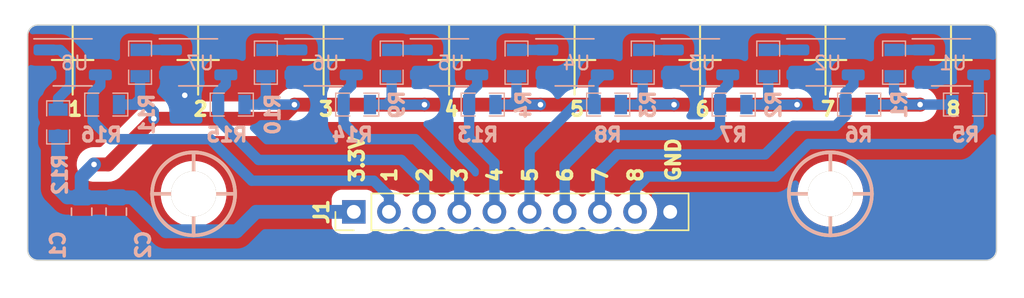
<source format=kicad_pcb>
(kicad_pcb (version 20221018) (generator pcbnew)
  (layers (0 "F.Cu" signal) (31 "B.Cu" signal) (34 "B.Paste" user) (35 "F.Paste" user) (36 "B.SilkS" user "B.Silkscreen") (37 "F.SilkS" user "F.Silkscreen") (38 "B.Mask" user) (39 "F.Mask" user) (44 "Edge.Cuts" user))
  (net 0 "")
  (net 1 "GND")
  (net 2 "+3V3")
  (net 3 "Net-(U1-A)")
  (net 4 "Net-(U2-A)")
  (net 5 "Net-(U3-A)")
  (net 6 "Net-(U4-A)")
  (net 7 "/OUT_1")
  (net 8 "/OUT_2")
  (net 9 "/OUT_3")
  (net 10 "/OUT_4")
  (net 11 "Net-(U5-A)")
  (net 12 "Net-(U6-A)")
  (net 13 "Net-(U7-A)")
  (net 14 "Net-(U8-A)")
  (net 15 "/OUT_5")
  (net 16 "/OUT_6")
  (net 17 "/OUT_7")
  (net 18 "/OUT_8")
  (footprint "EESTN5-v2:Separador_M3_5mm" (layer "F.Cu") (at 136.99 70.45)
    (fp_text reference "H1" hide)
    (fp_text value "HOLE" hide)
    (fp_line (start -3 0) (end 3 0) (stroke (width 0.254)) (layer "B.SilkS"))
    (fp_line (start 0 -3) (end 0 3) (stroke (width 0.254)) (layer "B.SilkS"))
    (fp_circle (center 0 0) (end 3 0) (stroke (width 0.254)) (fill none) (layer "B.SilkS"))
    (fp_line (start -3 0) (end 3 0) (stroke (width 0.254)) (layer "F.SilkS"))
    (fp_line (start 0 -3) (end 0 3) (stroke (width 0.254)) (layer "F.SilkS"))
    (fp_circle (center 0 0) (end 3 0) (stroke (width 0.254)) (fill none) (layer "F.SilkS"))
    (pad "1" thru_hole circle (at 0 0) (size 3.25 3.25) (drill 3.25) (layers "*.Cu" "F.SilkS"))
  )
  (footprint "EESTN5-v2:Separador_M3_5mm" (layer "F.Cu") (at 183 70.45)
    (fp_text reference "H2" hide)
    (fp_text value "HOLE" hide)
    (fp_line (start -3 0) (end 3 0) (stroke (width 0.254)) (layer "B.SilkS"))
    (fp_line (start 0 -3) (end 0 3) (stroke (width 0.254)) (layer "B.SilkS"))
    (fp_circle (center 0 0) (end 3 0) (stroke (width 0.254)) (fill none) (layer "B.SilkS"))
    (fp_line (start -3 0) (end 3 0) (stroke (width 0.254)) (layer "F.SilkS"))
    (fp_line (start 0 -3) (end 0 3) (stroke (width 0.254)) (layer "F.SilkS"))
    (fp_circle (center 0 0) (end 3 0) (stroke (width 0.254)) (fill none) (layer "F.SilkS"))
    (pad "1" thru_hole circle (at 0 0) (size 3.25 3.25) (drill 3.25) (layers "*.Cu" "F.SilkS"))
  )
  (footprint "Connector_PinHeader_2.54mm:PinHeader_1x10_P2.54mm_Vertical" (layer "F.Cu") (at 148.565 71.752 90)
    (fp_text reference "J1" (at 0 -2.33 90) (layer "F.SilkS") (effects (font (thickness 0.25) bold)))
    (fp_text value "Conn_01x10_Pin")
    (fp_line (start -1.33 -1.33) (end 0 -1.33) (stroke (width 0.12)) (layer "F.SilkS"))
    (fp_line (start -1.33 0) (end -1.33 -1.33) (stroke (width 0.12)) (layer "F.SilkS"))
    (fp_line (start -1.33 1.27) (end -1.33 24.19) (stroke (width 0.12)) (layer "F.SilkS"))
    (fp_line (start -1.33 1.27) (end 1.33 1.27) (stroke (width 0.12)) (layer "F.SilkS"))
    (fp_line (start -1.33 24.19) (end 1.33 24.19) (stroke (width 0.12)) (layer "F.SilkS"))
    (fp_line (start 1.33 1.27) (end 1.33 24.19) (stroke (width 0.12)) (layer "F.SilkS"))
    (pad "1" thru_hole rect (at 0 0 90) (size 1.7 1.7) (drill 1) (layers "*.Cu" "*.Mask") (net 2 "+3V3"))
    (pad "2" thru_hole oval (at 0 2.54 90) (size 1.7 1.7) (drill 1) (layers "*.Cu" "*.Mask") (net 18 "/OUT_8"))
    (pad "3" thru_hole oval (at 0 5.08 90) (size 1.7 1.7) (drill 1) (layers "*.Cu" "*.Mask") (net 17 "/OUT_7"))
    (pad "4" thru_hole oval (at 0 7.62 90) (size 1.7 1.7) (drill 1) (layers "*.Cu" "*.Mask") (net 16 "/OUT_6"))
    (pad "5" thru_hole oval (at 0 10.16 90) (size 1.7 1.7) (drill 1) (layers "*.Cu" "*.Mask") (net 15 "/OUT_5"))
    (pad "6" thru_hole oval (at 0 12.7 90) (size 1.7 1.7) (drill 1) (layers "*.Cu" "*.Mask") (net 10 "/OUT_4"))
    (pad "7" thru_hole oval (at 0 15.24 90) (size 1.7 1.7) (drill 1) (layers "*.Cu" "*.Mask") (net 9 "/OUT_3"))
    (pad "8" thru_hole oval (at 0 17.78 90) (size 1.7 1.7) (drill 1) (layers "*.Cu" "*.Mask") (net 8 "/OUT_2"))
    (pad "9" thru_hole oval (at 0 20.32 90) (size 1.7 1.7) (drill 1) (layers "*.Cu" "*.Mask") (net 7 "/OUT_1"))
    (pad "10" thru_hole oval (at 0 22.86 90) (size 1.7 1.7) (drill 1) (layers "*.Cu" "*.Mask") (net 1 "GND"))
  )
  (footprint "EESTN5-v2:R_0805" (layer "B.Cu") (at 148.781232 64)
    (fp_text reference "R14" (at -0.325299 2.18) (layer "B.SilkS") (effects (font (thickness 0.25) bold) (justify mirror)))
    (fp_text value "10k" hide)
    (fp_line (start -1.524 -0.8255) (end -1.524 0.8255) (stroke (width 0.09906)) (layer "B.SilkS"))
    (fp_line (start -1.524 0.8255) (end -0.508 0.8255) (stroke (width 0.09906)) (layer "B.SilkS"))
    (fp_line (start -0.508 -0.8255) (end -1.524 -0.8255) (stroke (width 0.09906)) (layer "B.SilkS"))
    (fp_line (start 0.508 0.8255) (end 1.5875 0.8255) (stroke (width 0.09906)) (layer "B.SilkS"))
    (fp_line (start 1.5875 -0.8255) (end 0.508 -0.8255) (stroke (width 0.09906)) (layer "B.SilkS"))
    (fp_line (start 1.5875 0.8255) (end 1.5875 -0.8255) (stroke (width 0.09906)) (layer "B.SilkS"))
    (pad "1" smd rect (at -0.9525 0) (size 0.889 1.397) (layers "B.Cu" "B.Paste" "B.Mask") (net 16 "/OUT_6"))
    (pad "2" smd rect (at 0.9525 0) (size 0.889 1.397) (layers "B.Cu" "B.Paste" "B.Mask") (net 2 "+3V3"))
  )
  (footprint "OptoDevice:OnSemi_CASE100CY" (layer "B.Cu") (at 128.25 60.95 -90)
    (fp_text reference "U8" (at 0.05 -0.15) (layer "B.SilkS") (effects (justify mirror)))
    (fp_text value "QRE1113GR")
    (fp_line (start -1.7 -1.4) (end -1.7 2.8) (stroke (width 0.12)) (layer "B.SilkS"))
    (fp_line (start 1.7 -1.4) (end 1.7 1.4) (stroke (width 0.12)) (layer "B.SilkS"))
    (pad "1" smd roundrect (at -0.9 2 270) (size 0.79 1.66) (layers "B.Cu" "B.Paste" "B.Mask") (net 14 "Net-(U8-A)"))
    (pad "2" smd roundrect (at -0.9 -2 270) (size 0.79 1.66) (layers "B.Cu" "B.Paste" "B.Mask") (net 1 "GND"))
    (pad "3" smd roundrect (at 0.9 -2 270) (size 0.79 1.66) (layers "B.Cu" "B.Paste" "B.Mask") (net 18 "/OUT_8"))
    (pad "4" smd roundrect (at 0.9 2 270) (size 0.79 1.66) (layers "B.Cu" "B.Paste" "B.Mask") (net 1 "GND"))
  )
  (footprint "EESTN5-v2:R_0805" (layer "B.Cu") (at 130.648098 64)
    (fp_text reference "R16" (at -0.325299 2.18) (layer "B.SilkS") (effects (font (thickness 0.25) bold) (justify mirror)))
    (fp_text value "10k" hide)
    (fp_line (start -1.524 -0.8255) (end -1.524 0.8255) (stroke (width 0.09906)) (layer "B.SilkS"))
    (fp_line (start -1.524 0.8255) (end -0.508 0.8255) (stroke (width 0.09906)) (layer "B.SilkS"))
    (fp_line (start -0.508 -0.8255) (end -1.524 -0.8255) (stroke (width 0.09906)) (layer "B.SilkS"))
    (fp_line (start 0.508 0.8255) (end 1.5875 0.8255) (stroke (width 0.09906)) (layer "B.SilkS"))
    (fp_line (start 1.5875 -0.8255) (end 0.508 -0.8255) (stroke (width 0.09906)) (layer "B.SilkS"))
    (fp_line (start 1.5875 0.8255) (end 1.5875 -0.8255) (stroke (width 0.09906)) (layer "B.SilkS"))
    (pad "1" smd rect (at -0.9525 0) (size 0.889 1.397) (layers "B.Cu" "B.Paste" "B.Mask") (net 18 "/OUT_8"))
    (pad "2" smd rect (at 0.9525 0) (size 0.889 1.397) (layers "B.Cu" "B.Paste" "B.Mask") (net 2 "+3V3"))
  )
  (footprint "OptoDevice:OnSemi_CASE100CY" (layer "B.Cu") (at 191.71597 60.95 -90)
    (fp_text reference "U1" (at 0.05 -0.15) (layer "B.SilkS") (effects (justify mirror)))
    (fp_text value "QRE1113GR")
    (fp_line (start -1.7 -1.4) (end -1.7 2.8) (stroke (width 0.12)) (layer "B.SilkS"))
    (fp_line (start 1.7 -1.4) (end 1.7 1.4) (stroke (width 0.12)) (layer "B.SilkS"))
    (pad "1" smd roundrect (at -0.9 2 270) (size 0.79 1.66) (layers "B.Cu" "B.Paste" "B.Mask") (net 3 "Net-(U1-A)"))
    (pad "2" smd roundrect (at -0.9 -2 270) (size 0.79 1.66) (layers "B.Cu" "B.Paste" "B.Mask") (net 1 "GND"))
    (pad "3" smd roundrect (at 0.9 -2 270) (size 0.79 1.66) (layers "B.Cu" "B.Paste" "B.Mask") (net 7 "/OUT_1"))
    (pad "4" smd roundrect (at 0.9 2 270) (size 0.79 1.66) (layers "B.Cu" "B.Paste" "B.Mask") (net 1 "GND"))
  )
  (footprint "EESTN5-v2:R_0805" (layer "B.Cu") (at 127.2 65.32 90)
    (fp_text reference "R12" (at -3.74 0.14 90) (layer "B.SilkS") (effects (font (thickness 0.25) bold) (justify mirror)))
    (fp_text value "100" hide)
    (fp_line (start -1.524 -0.8255) (end -1.524 0.8255) (stroke (width 0.09906)) (layer "B.SilkS"))
    (fp_line (start -1.524 0.8255) (end -0.508 0.8255) (stroke (width 0.09906)) (layer "B.SilkS"))
    (fp_line (start -0.508 -0.8255) (end -1.524 -0.8255) (stroke (width 0.09906)) (layer "B.SilkS"))
    (fp_line (start 0.508 0.8255) (end 1.5875 0.8255) (stroke (width 0.09906)) (layer "B.SilkS"))
    (fp_line (start 1.5875 -0.8255) (end 0.508 -0.8255) (stroke (width 0.09906)) (layer "B.SilkS"))
    (fp_line (start 1.5875 0.8255) (end 1.5875 -0.8255) (stroke (width 0.09906)) (layer "B.SilkS"))
    (pad "1" smd rect (at -0.9525 0 90) (size 0.889 1.397) (layers "B.Cu" "B.Paste" "B.Mask") (net 2 "+3V3"))
    (pad "2" smd rect (at 0.9525 0 90) (size 0.889 1.397) (layers "B.Cu" "B.Paste" "B.Mask") (net 14 "Net-(U8-A)"))
  )
  (footprint "OptoDevice:OnSemi_CASE100CY" (layer "B.Cu") (at 146.383134 60.95 -90)
    (fp_text reference "U6" (at 0.05 -0.15) (layer "B.SilkS") (effects (justify mirror)))
    (fp_text value "QRE1113GR")
    (fp_line (start -1.7 -1.4) (end -1.7 2.8) (stroke (width 0.12)) (layer "B.SilkS"))
    (fp_line (start 1.7 -1.4) (end 1.7 1.4) (stroke (width 0.12)) (layer "B.SilkS"))
    (pad "1" smd roundrect (at -0.9 2 270) (size 0.79 1.66) (layers "B.Cu" "B.Paste" "B.Mask") (net 12 "Net-(U6-A)"))
    (pad "2" smd roundrect (at -0.9 -2 270) (size 0.79 1.66) (layers "B.Cu" "B.Paste" "B.Mask") (net 1 "GND"))
    (pad "3" smd roundrect (at 0.9 -2 270) (size 0.79 1.66) (layers "B.Cu" "B.Paste" "B.Mask") (net 16 "/OUT_6"))
    (pad "4" smd roundrect (at 0.9 2 270) (size 0.79 1.66) (layers "B.Cu" "B.Paste" "B.Mask") (net 1 "GND"))
  )
  (footprint "EESTN5-v2:R_0805" (layer "B.Cu") (at 166.914366 64)
    (fp_text reference "R8" (at 0.0025 2.18) (layer "B.SilkS") (effects (font (thickness 0.25) bold) (justify mirror)))
    (fp_text value "10k" hide)
    (fp_line (start -1.524 -0.8255) (end -1.524 0.8255) (stroke (width 0.09906)) (layer "B.SilkS"))
    (fp_line (start -1.524 0.8255) (end -0.508 0.8255) (stroke (width 0.09906)) (layer "B.SilkS"))
    (fp_line (start -0.508 -0.8255) (end -1.524 -0.8255) (stroke (width 0.09906)) (layer "B.SilkS"))
    (fp_line (start 0.508 0.8255) (end 1.5875 0.8255) (stroke (width 0.09906)) (layer "B.SilkS"))
    (fp_line (start 1.5875 -0.8255) (end 0.508 -0.8255) (stroke (width 0.09906)) (layer "B.SilkS"))
    (fp_line (start 1.5875 0.8255) (end 1.5875 -0.8255) (stroke (width 0.09906)) (layer "B.SilkS"))
    (pad "1" smd rect (at -0.9525 0) (size 0.889 1.397) (layers "B.Cu" "B.Paste" "B.Mask") (net 10 "/OUT_4"))
    (pad "2" smd rect (at 0.9525 0) (size 0.889 1.397) (layers "B.Cu" "B.Paste" "B.Mask") (net 2 "+3V3"))
  )
  (footprint "EESTN5-v2:R_0805" (layer "B.Cu") (at 178.51 61.0025 90)
    (fp_text reference "R2" (at -2.9975 0.39 90) (layer "B.SilkS") (effects (font (thickness 0.25) bold) (justify mirror)))
    (fp_text value "100" hide)
    (fp_line (start -1.524 -0.8255) (end -1.524 0.8255) (stroke (width 0.09906)) (layer "B.SilkS"))
    (fp_line (start -1.524 0.8255) (end -0.508 0.8255) (stroke (width 0.09906)) (layer "B.SilkS"))
    (fp_line (start -0.508 -0.8255) (end -1.524 -0.8255) (stroke (width 0.09906)) (layer "B.SilkS"))
    (fp_line (start 0.508 0.8255) (end 1.5875 0.8255) (stroke (width 0.09906)) (layer "B.SilkS"))
    (fp_line (start 1.5875 -0.8255) (end 0.508 -0.8255) (stroke (width 0.09906)) (layer "B.SilkS"))
    (fp_line (start 1.5875 0.8255) (end 1.5875 -0.8255) (stroke (width 0.09906)) (layer "B.SilkS"))
    (pad "1" smd rect (at -0.9525 0 90) (size 0.889 1.397) (layers "B.Cu" "B.Paste" "B.Mask") (net 2 "+3V3"))
    (pad "2" smd rect (at 0.9525 0 90) (size 0.889 1.397) (layers "B.Cu" "B.Paste" "B.Mask") (net 4 "Net-(U2-A)"))
  )
  (footprint "EESTN5-v2:R_0805" (layer "B.Cu") (at 160.32 61.0025 90)
    (fp_text reference "R4" (at -2.9975 0.51 90) (layer "B.SilkS") (effects (font (thickness 0.25) bold) (justify mirror)))
    (fp_text value "100" hide)
    (fp_line (start -1.524 -0.8255) (end -1.524 0.8255) (stroke (width 0.09906)) (layer "B.SilkS"))
    (fp_line (start -1.524 0.8255) (end -0.508 0.8255) (stroke (width 0.09906)) (layer "B.SilkS"))
    (fp_line (start -0.508 -0.8255) (end -1.524 -0.8255) (stroke (width 0.09906)) (layer "B.SilkS"))
    (fp_line (start 0.508 0.8255) (end 1.5875 0.8255) (stroke (width 0.09906)) (layer "B.SilkS"))
    (fp_line (start 1.5875 -0.8255) (end 0.508 -0.8255) (stroke (width 0.09906)) (layer "B.SilkS"))
    (fp_line (start 1.5875 0.8255) (end 1.5875 -0.8255) (stroke (width 0.09906)) (layer "B.SilkS"))
    (pad "1" smd rect (at -0.9525 0 90) (size 0.889 1.397) (layers "B.Cu" "B.Paste" "B.Mask") (net 2 "+3V3"))
    (pad "2" smd rect (at 0.9525 0 90) (size 0.889 1.397) (layers "B.Cu" "B.Paste" "B.Mask") (net 6 "Net-(U4-A)"))
  )
  (footprint "EESTN5-v2:R_0805" (layer "B.Cu") (at 185.0475 64)
    (fp_text reference "R6" (at 0.0025 2.18) (layer "B.SilkS") (effects (font (thickness 0.25) bold) (justify mirror)))
    (fp_text value "10k" hide)
    (fp_line (start -1.524 -0.8255) (end -1.524 0.8255) (stroke (width 0.09906)) (layer "B.SilkS"))
    (fp_line (start -1.524 0.8255) (end -0.508 0.8255) (stroke (width 0.09906)) (layer "B.SilkS"))
    (fp_line (start -0.508 -0.8255) (end -1.524 -0.8255) (stroke (width 0.09906)) (layer "B.SilkS"))
    (fp_line (start 0.508 0.8255) (end 1.5875 0.8255) (stroke (width 0.09906)) (layer "B.SilkS"))
    (fp_line (start 1.5875 -0.8255) (end 0.508 -0.8255) (stroke (width 0.09906)) (layer "B.SilkS"))
    (fp_line (start 1.5875 0.8255) (end 1.5875 -0.8255) (stroke (width 0.09906)) (layer "B.SilkS"))
    (pad "1" smd rect (at -0.9525 0) (size 0.889 1.397) (layers "B.Cu" "B.Paste" "B.Mask") (net 8 "/OUT_2"))
    (pad "2" smd rect (at 0.9525 0) (size 0.889 1.397) (layers "B.Cu" "B.Paste" "B.Mask") (net 2 "+3V3"))
  )
  (footprint "OptoDevice:OnSemi_CASE100CY" (layer "B.Cu") (at 164.516268 60.95 -90)
    (fp_text reference "U4" (at 0.05 -0.15) (layer "B.SilkS") (effects (justify mirror)))
    (fp_text value "QRE1113GR")
    (fp_line (start -1.7 -1.4) (end -1.7 2.8) (stroke (width 0.12)) (layer "B.SilkS"))
    (fp_line (start 1.7 -1.4) (end 1.7 1.4) (stroke (width 0.12)) (layer "B.SilkS"))
    (pad "1" smd roundrect (at -0.9 2 270) (size 0.79 1.66) (layers "B.Cu" "B.Paste" "B.Mask") (net 6 "Net-(U4-A)"))
    (pad "2" smd roundrect (at -0.9 -2 270) (size 0.79 1.66) (layers "B.Cu" "B.Paste" "B.Mask") (net 1 "GND"))
    (pad "3" smd roundrect (at 0.9 -2 270) (size 0.79 1.66) (layers "B.Cu" "B.Paste" "B.Mask") (net 10 "/OUT_4"))
    (pad "4" smd roundrect (at 0.9 2 270) (size 0.79 1.66) (layers "B.Cu" "B.Paste" "B.Mask") (net 1 "GND"))
  )
  (footprint "OptoDevice:OnSemi_CASE100CY" (layer "B.Cu") (at 137.316567 60.95 -90)
    (fp_text reference "U7" (at 0.05 -0.15) (layer "B.SilkS") (effects (justify mirror)))
    (fp_text value "QRE1113GR")
    (fp_line (start -1.7 -1.4) (end -1.7 2.8) (stroke (width 0.12)) (layer "B.SilkS"))
    (fp_line (start 1.7 -1.4) (end 1.7 1.4) (stroke (width 0.12)) (layer "B.SilkS"))
    (pad "1" smd roundrect (at -0.9 2 270) (size 0.79 1.66) (layers "B.Cu" "B.Paste" "B.Mask") (net 13 "Net-(U7-A)"))
    (pad "2" smd roundrect (at -0.9 -2 270) (size 0.79 1.66) (layers "B.Cu" "B.Paste" "B.Mask") (net 1 "GND"))
    (pad "3" smd roundrect (at 0.9 -2 270) (size 0.79 1.66) (layers "B.Cu" "B.Paste" "B.Mask") (net 17 "/OUT_7"))
    (pad "4" smd roundrect (at 0.9 2 270) (size 0.79 1.66) (layers "B.Cu" "B.Paste" "B.Mask") (net 1 "GND"))
  )
  (footprint "EESTN5-v2:R_0805" (layer "B.Cu") (at 169.44 61.0025 90)
    (fp_text reference "R3" (at -2.9975 0.39 90) (layer "B.SilkS") (effects (font (thickness 0.25) bold) (justify mirror)))
    (fp_text value "100" hide)
    (fp_line (start -1.524 -0.8255) (end -1.524 0.8255) (stroke (width 0.09906)) (layer "B.SilkS"))
    (fp_line (start -1.524 0.8255) (end -0.508 0.8255) (stroke (width 0.09906)) (layer "B.SilkS"))
    (fp_line (start -0.508 -0.8255) (end -1.524 -0.8255) (stroke (width 0.09906)) (layer "B.SilkS"))
    (fp_line (start 0.508 0.8255) (end 1.5875 0.8255) (stroke (width 0.09906)) (layer "B.SilkS"))
    (fp_line (start 1.5875 -0.8255) (end 0.508 -0.8255) (stroke (width 0.09906)) (layer "B.SilkS"))
    (fp_line (start 1.5875 0.8255) (end 1.5875 -0.8255) (stroke (width 0.09906)) (layer "B.SilkS"))
    (pad "1" smd rect (at -0.9525 0 90) (size 0.889 1.397) (layers "B.Cu" "B.Paste" "B.Mask") (net 2 "+3V3"))
    (pad "2" smd rect (at 0.9525 0 90) (size 0.889 1.397) (layers "B.Cu" "B.Paste" "B.Mask") (net 5 "Net-(U3-A)"))
  )
  (footprint "EESTN5-v2:R_0805" (layer "B.Cu") (at 139.714665 64)
    (fp_text reference "R15" (at -0.325299 2.18) (layer "B.SilkS") (effects (font (thickness 0.25) bold) (justify mirror)))
    (fp_text value "10k" hide)
    (fp_line (start -1.524 -0.8255) (end -1.524 0.8255) (stroke (width 0.09906)) (layer "B.SilkS"))
    (fp_line (start -1.524 0.8255) (end -0.508 0.8255) (stroke (width 0.09906)) (layer "B.SilkS"))
    (fp_line (start -0.508 -0.8255) (end -1.524 -0.8255) (stroke (width 0.09906)) (layer "B.SilkS"))
    (fp_line (start 0.508 0.8255) (end 1.5875 0.8255) (stroke (width 0.09906)) (layer "B.SilkS"))
    (fp_line (start 1.5875 -0.8255) (end 0.508 -0.8255) (stroke (width 0.09906)) (layer "B.SilkS"))
    (fp_line (start 1.5875 0.8255) (end 1.5875 -0.8255) (stroke (width 0.09906)) (layer "B.SilkS"))
    (pad "1" smd rect (at -0.9525 0) (size 0.889 1.397) (layers "B.Cu" "B.Paste" "B.Mask") (net 17 "/OUT_7"))
    (pad "2" smd rect (at 0.9525 0) (size 0.889 1.397) (layers "B.Cu" "B.Paste" "B.Mask") (net 2 "+3V3"))
  )
  (footprint "OptoDevice:OnSemi_CASE100CY" (layer "B.Cu") (at 173.582835 60.95 -90)
    (fp_text reference "U3" (at 0.05 -0.15) (layer "B.SilkS") (effects (justify mirror)))
    (fp_text value "QRE1113GR")
    (fp_line (start -1.7 -1.4) (end -1.7 2.8) (stroke (width 0.12)) (layer "B.SilkS"))
    (fp_line (start 1.7 -1.4) (end 1.7 1.4) (stroke (width 0.12)) (layer "B.SilkS"))
    (pad "1" smd roundrect (at -0.9 2 270) (size 0.79 1.66) (layers "B.Cu" "B.Paste" "B.Mask") (net 5 "Net-(U3-A)"))
    (pad "2" smd roundrect (at -0.9 -2 270) (size 0.79 1.66) (layers "B.Cu" "B.Paste" "B.Mask") (net 1 "GND"))
    (pad "3" smd roundrect (at 0.9 -2 270) (size 0.79 1.66) (layers "B.Cu" "B.Paste" "B.Mask") (net 9 "/OUT_3"))
    (pad "4" smd roundrect (at 0.9 2 270) (size 0.79 1.66) (layers "B.Cu" "B.Paste" "B.Mask") (net 1 "GND"))
  )
  (footprint "EESTN5-v2:R_0805" (layer "B.Cu") (at 157.847799 64)
    (fp_text reference "R13" (at -0.325299 2.18) (layer "B.SilkS") (effects (font (thickness 0.25) bold) (justify mirror)))
    (fp_text value "10k" hide)
    (fp_line (start -1.524 -0.8255) (end -1.524 0.8255) (stroke (width 0.09906)) (layer "B.SilkS"))
    (fp_line (start -1.524 0.8255) (end -0.508 0.8255) (stroke (width 0.09906)) (layer "B.SilkS"))
    (fp_line (start -0.508 -0.8255) (end -1.524 -0.8255) (stroke (width 0.09906)) (layer "B.SilkS"))
    (fp_line (start 0.508 0.8255) (end 1.5875 0.8255) (stroke (width 0.09906)) (layer "B.SilkS"))
    (fp_line (start 1.5875 -0.8255) (end 0.508 -0.8255) (stroke (width 0.09906)) (layer "B.SilkS"))
    (fp_line (start 1.5875 0.8255) (end 1.5875 -0.8255) (stroke (width 0.09906)) (layer "B.SilkS"))
    (pad "1" smd rect (at -0.9525 0) (size 0.889 1.397) (layers "B.Cu" "B.Paste" "B.Mask") (net 15 "/OUT_5"))
    (pad "2" smd rect (at 0.9525 0) (size 0.889 1.397) (layers "B.Cu" "B.Paste" "B.Mask") (net 2 "+3V3"))
  )
  (footprint "EESTN5-v2:R_0805" (layer "B.Cu") (at 151.3 61.0025 90)
    (fp_text reference "R9" (at -2.9975 0.39 90) (layer "B.SilkS") (effects (font (thickness 0.25) bold) (justify mirror)))
    (fp_text value "100" hide)
    (fp_line (start -1.524 -0.8255) (end -1.524 0.8255) (stroke (width 0.09906)) (layer "B.SilkS"))
    (fp_line (start -1.524 0.8255) (end -0.508 0.8255) (stroke (width 0.09906)) (layer "B.SilkS"))
    (fp_line (start -0.508 -0.8255) (end -1.524 -0.8255) (stroke (width 0.09906)) (layer "B.SilkS"))
    (fp_line (start 0.508 0.8255) (end 1.5875 0.8255) (stroke (width 0.09906)) (layer "B.SilkS"))
    (fp_line (start 1.5875 -0.8255) (end 0.508 -0.8255) (stroke (width 0.09906)) (layer "B.SilkS"))
    (fp_line (start 1.5875 0.8255) (end 1.5875 -0.8255) (stroke (width 0.09906)) (layer "B.SilkS"))
    (pad "1" smd rect (at -0.9525 0 90) (size 0.889 1.397) (layers "B.Cu" "B.Paste" "B.Mask") (net 2 "+3V3"))
    (pad "2" smd rect (at 0.9525 0 90) (size 0.889 1.397) (layers "B.Cu" "B.Paste" "B.Mask") (net 11 "Net-(U5-A)"))
  )
  (footprint "EESTN5-v2:R_0805" (layer "B.Cu") (at 142.21 61.0025 90)
    (fp_text reference "R10" (at -3.6975 0.5 90) (layer "B.SilkS") (effects (font (thickness 0.25) bold) (justify mirror)))
    (fp_text value "100" hide)
    (fp_line (start -1.524 -0.8255) (end -1.524 0.8255) (stroke (width 0.09906)) (layer "B.SilkS"))
    (fp_line (start -1.524 0.8255) (end -0.508 0.8255) (stroke (width 0.09906)) (layer "B.SilkS"))
    (fp_line (start -0.508 -0.8255) (end -1.524 -0.8255) (stroke (width 0.09906)) (layer "B.SilkS"))
    (fp_line (start 0.508 0.8255) (end 1.5875 0.8255) (stroke (width 0.09906)) (layer "B.SilkS"))
    (fp_line (start 1.5875 -0.8255) (end 0.508 -0.8255) (stroke (width 0.09906)) (layer "B.SilkS"))
    (fp_line (start 1.5875 0.8255) (end 1.5875 -0.8255) (stroke (width 0.09906)) (layer "B.SilkS"))
    (pad "1" smd rect (at -0.9525 0 90) (size 0.889 1.397) (layers "B.Cu" "B.Paste" "B.Mask") (net 2 "+3V3"))
    (pad "2" smd rect (at 0.9525 0 90) (size 0.889 1.397) (layers "B.Cu" "B.Paste" "B.Mask") (net 12 "Net-(U6-A)"))
  )
  (footprint "EESTN5-v2:R_0805" (layer "B.Cu") (at 187.6 61.0025 90)
    (fp_text reference "R1" (at -2.9975 0.39 90) (layer "B.SilkS") (effects (font (thickness 0.25) bold) (justify mirror)))
    (fp_text value "100" hide)
    (fp_line (start -1.524 -0.8255) (end -1.524 0.8255) (stroke (width 0.09906)) (layer "B.SilkS"))
    (fp_line (start -1.524 0.8255) (end -0.508 0.8255) (stroke (width 0.09906)) (layer "B.SilkS"))
    (fp_line (start -0.508 -0.8255) (end -1.524 -0.8255) (stroke (width 0.09906)) (layer "B.SilkS"))
    (fp_line (start 0.508 0.8255) (end 1.5875 0.8255) (stroke (width 0.09906)) (layer "B.SilkS"))
    (fp_line (start 1.5875 -0.8255) (end 0.508 -0.8255) (stroke (width 0.09906)) (layer "B.SilkS"))
    (fp_line (start 1.5875 0.8255) (end 1.5875 -0.8255) (stroke (width 0.09906)) (layer "B.SilkS"))
    (pad "1" smd rect (at -0.9525 0 90) (size 0.889 1.397) (layers "B.Cu" "B.Paste" "B.Mask") (net 2 "+3V3"))
    (pad "2" smd rect (at 0.9525 0 90) (size 0.889 1.397) (layers "B.Cu" "B.Paste" "B.Mask") (net 3 "Net-(U1-A)"))
  )
  (footprint "Capacitor_SMD:C_0805_2012Metric_Pad1.18x1.45mm_HandSolder" (layer "B.Cu") (at 128.9 71.74 -90)
    (fp_text reference "C1" (at 2.41 1.71 90) (layer "B.SilkS") (effects (font (thickness 0.25) bold) (justify mirror)))
    (fp_text value "100nf")
    (fp_line (start -0.261252 -0.735) (end 0.261252 -0.735) (stroke (width 0.12)) (layer "B.SilkS"))
    (fp_line (start -0.261252 0.735) (end 0.261252 0.735) (stroke (width 0.12)) (layer "B.SilkS"))
    (pad "1" smd roundrect (at -1.0375 0 270) (size 1.175 1.45) (layers "B.Cu" "B.Paste" "B.Mask") (roundrect_rratio 0.212766) (net 2 "+3V3"))
    (pad "2" smd roundrect (at 1.0375 0 270) (size 1.175 1.45) (layers "B.Cu" "B.Paste" "B.Mask") (roundrect_rratio 0.212766) (net 1 "GND"))
  )
  (footprint "EESTN5-v2:R_0805" (layer "B.Cu") (at 133.12 61.0025 90)
    (fp_text reference "R11" (at -3.6975 0.5 90) (layer "B.SilkS") (effects (font (thickness 0.25) bold) (justify mirror)))
    (fp_text value "100" hide)
    (fp_line (start -1.524 -0.8255) (end -1.524 0.8255) (stroke (width 0.09906)) (layer "B.SilkS"))
    (fp_line (start -1.524 0.8255) (end -0.508 0.8255) (stroke (width 0.09906)) (layer "B.SilkS"))
    (fp_line (start -0.508 -0.8255) (end -1.524 -0.8255) (stroke (width 0.09906)) (layer "B.SilkS"))
    (fp_line (start 0.508 0.8255) (end 1.5875 0.8255) (stroke (width 0.09906)) (layer "B.SilkS"))
    (fp_line (start 1.5875 -0.8255) (end 0.508 -0.8255) (stroke (width 0.09906)) (layer "B.SilkS"))
    (fp_line (start 1.5875 0.8255) (end 1.5875 -0.8255) (stroke (width 0.09906)) (layer "B.SilkS"))
    (pad "1" smd rect (at -0.9525 0 90) (size 0.889 1.397) (layers "B.Cu" "B.Paste" "B.Mask") (net 2 "+3V3"))
    (pad "2" smd rect (at 0.9525 0 90) (size 0.889 1.397) (layers "B.Cu" "B.Paste" "B.Mask") (net 13 "Net-(U7-A)"))
  )
  (footprint "EESTN5-v2:R_0805" (layer "B.Cu") (at 192.76347 64 180)
    (fp_text reference "R5" (at -0.00653 -2.18) (layer "B.SilkS") (effects (font (thickness 0.25) bold) (justify mirror)))
    (fp_text value "10k" hide)
    (fp_line (start -1.524 -0.8255) (end -1.524 0.8255) (stroke (width 0.09906)) (layer "B.SilkS"))
    (fp_line (start -1.524 0.8255) (end -0.508 0.8255) (stroke (width 0.09906)) (layer "B.SilkS"))
    (fp_line (start -0.508 -0.8255) (end -1.524 -0.8255) (stroke (width 0.09906)) (layer "B.SilkS"))
    (fp_line (start 0.508 0.8255) (end 1.5875 0.8255) (stroke (width 0.09906)) (layer "B.SilkS"))
    (fp_line (start 1.5875 -0.8255) (end 0.508 -0.8255) (stroke (width 0.09906)) (layer "B.SilkS"))
    (fp_line (start 1.5875 0.8255) (end 1.5875 -0.8255) (stroke (width 0.09906)) (layer "B.SilkS"))
    (pad "1" smd rect (at -0.9525 0 180) (size 0.889 1.397) (layers "B.Cu" "B.Paste" "B.Mask") (net 7 "/OUT_1"))
    (pad "2" smd rect (at 0.9525 0 180) (size 0.889 1.397) (layers "B.Cu" "B.Paste" "B.Mask") (net 2 "+3V3"))
  )
  (footprint "Capacitor_SMD:C_0805_2012Metric_Pad1.18x1.45mm_HandSolder" (layer "B.Cu") (at 131.4 71.74 -90)
    (fp_text reference "C2" (at 2.39 -1.95 90) (layer "B.SilkS") (effects (font (thickness 0.25) bold) (justify mirror)))
    (fp_text value "100nf")
    (fp_line (start -0.261252 -0.735) (end 0.261252 -0.735) (stroke (width 0.12)) (layer "B.SilkS"))
    (fp_line (start -0.261252 0.735) (end 0.261252 0.735) (stroke (width 0.12)) (layer "B.SilkS"))
    (pad "1" smd roundrect (at -1.0375 0 270) (size 1.175 1.45) (layers "B.Cu" "B.Paste" "B.Mask") (roundrect_rratio 0.212766) (net 2 "+3V3"))
    (pad "2" smd roundrect (at 1.0375 0 270) (size 1.175 1.45) (layers "B.Cu" "B.Paste" "B.Mask") (roundrect_rratio 0.212766) (net 1 "GND"))
  )
  (footprint "EESTN5-v2:R_0805" (layer "B.Cu") (at 175.980933 64)
    (fp_text reference "R7" (at 0.0025 2.18) (layer "B.SilkS") (effects (font (thickness 0.25) bold) (justify mirror)))
    (fp_text value "10k" hide)
    (fp_line (start -1.524 -0.8255) (end -1.524 0.8255) (stroke (width 0.09906)) (layer "B.SilkS"))
    (fp_line (start -1.524 0.8255) (end -0.508 0.8255) (stroke (width 0.09906)) (layer "B.SilkS"))
    (fp_line (start -0.508 -0.8255) (end -1.524 -0.8255) (stroke (width 0.09906)) (layer "B.SilkS"))
    (fp_line (start 0.508 0.8255) (end 1.5875 0.8255) (stroke (width 0.09906)) (layer "B.SilkS"))
    (fp_line (start 1.5875 -0.8255) (end 0.508 -0.8255) (stroke (width 0.09906)) (layer "B.SilkS"))
    (fp_line (start 1.5875 0.8255) (end 1.5875 -0.8255) (stroke (width 0.09906)) (layer "B.SilkS"))
    (pad "1" smd rect (at -0.9525 0) (size 0.889 1.397) (layers "B.Cu" "B.Paste" "B.Mask") (net 9 "/OUT_3"))
    (pad "2" smd rect (at 0.9525 0) (size 0.889 1.397) (layers "B.Cu" "B.Paste" "B.Mask") (net 2 "+3V3"))
  )
  (footprint "OptoDevice:OnSemi_CASE100CY" (layer "B.Cu") (at 182.649402 60.95 -90)
    (fp_text reference "U2" (at 0.05 -0.15) (layer "B.SilkS") (effects (justify mirror)))
    (fp_text value "QRE1113GR")
    (fp_line (start -1.7 -1.4) (end -1.7 2.8) (stroke (width 0.12)) (layer "B.SilkS"))
    (fp_line (start 1.7 -1.4) (end 1.7 1.4) (stroke (width 0.12)) (layer "B.SilkS"))
    (pad "1" smd roundrect (at -0.9 2 270) (size 0.79 1.66) (layers "B.Cu" "B.Paste" "B.Mask") (net 4 "Net-(U2-A)"))
    (pad "2" smd roundrect (at -0.9 -2 270) (size 0.79 1.66) (layers "B.Cu" "B.Paste" "B.Mask") (net 1 "GND"))
    (pad "3" smd roundrect (at 0.9 -2 270) (size 0.79 1.66) (layers "B.Cu" "B.Paste" "B.Mask") (net 8 "/OUT_2"))
    (pad "4" smd roundrect (at 0.9 2 270) (size 0.79 1.66) (layers "B.Cu" "B.Paste" "B.Mask") (net 1 "GND"))
  )
  (footprint "OptoDevice:OnSemi_CASE100CY" (layer "B.Cu") (at 155.449701 60.95 -90)
    (fp_text reference "U5" (at 0.05 -0.15) (layer "B.SilkS") (effects (justify mirror)))
    (fp_text value "QRE1113GR")
    (fp_line (start -1.7 -1.4) (end -1.7 2.8) (stroke (width 0.12)) (layer "B.SilkS"))
    (fp_line (start 1.7 -1.4) (end 1.7 1.4) (stroke (width 0.12)) (layer "B.SilkS"))
    (pad "1" smd roundrect (at -0.9 2 270) (size 0.79 1.66) (layers "B.Cu" "B.Paste" "B.Mask") (net 11 "Net-(U5-A)"))
    (pad "2" smd roundrect (at -0.9 -2 270) (size 0.79 1.66) (layers "B.Cu" "B.Paste" "B.Mask") (net 1 "GND"))
    (pad "3" smd roundrect (at 0.9 -2 270) (size 0.79 1.66) (layers "B.Cu" "B.Paste" "B.Mask") (net 15 "/OUT_5"))
    (pad "4" smd roundrect (at 0.9 2 270) (size 0.79 1.66) (layers "B.Cu" "B.Paste" "B.Mask") (net 1 "GND"))
  )
  (gr_line (start 146.383134 58.28) (end 146.383134 63.28) (stroke (width 0.15)) (layer "F.SilkS"))
  (gr_line (start 164.516268 60.78) (end 166.016268 60.78) (stroke (width 0.15)) (layer "F.SilkS"))
  (gr_line (start 182.649402 60.78) (end 184.149402 60.78) (stroke (width 0.15)) (layer "F.SilkS"))
  (gr_line (start 173.582835 60.78) (end 175.082835 60.78) (stroke (width 0.15)) (layer "F.SilkS"))
  (gr_line (start 173.582835 60.78) (end 172.082835 60.78) (stroke (width 0.15)) (layer "F.SilkS"))
  (gr_line (start 191.715969 60.78) (end 190.215969 60.78) (stroke (width 0.15)) (layer "F.SilkS"))
  (gr_line (start 173.582835 58.28) (end 173.582835 63.28) (stroke (width 0.15)) (layer "F.SilkS"))
  (gr_line (start 155.449701 60.78) (end 156.949701 60.78) (stroke (width 0.15)) (layer "F.SilkS"))
  (gr_line (start 182.649402 60.78) (end 181.149402 60.78) (stroke (width 0.15)) (layer "F.SilkS"))
  (gr_line (start 137.316567 60.78) (end 138.816567 60.78) (stroke (width 0.15)) (layer "F.SilkS"))
  (gr_line (start 128.25 60.78) (end 129.75 60.78) (stroke (width 0.15)) (layer "F.SilkS"))
  (gr_line (start 128.25 60.78) (end 126.75 60.78) (stroke (width 0.15)) (layer "F.SilkS"))
  (gr_line (start 164.516268 58.28) (end 164.516268 63.28) (stroke (width 0.15)) (layer "F.SilkS"))
  (gr_line (start 182.649402 58.28) (end 182.649402 63.28) (stroke (width 0.15)) (layer "F.SilkS"))
  (gr_line (start 146.383134 60.78) (end 144.883134 60.78) (stroke (width 0.15)) (layer "F.SilkS"))
  (gr_line (start 146.383134 60.78) (end 147.883134 60.78) (stroke (width 0.15)) (layer "F.SilkS"))
  (gr_line (start 191.715969 58.28) (end 191.715969 63.28) (stroke (width 0.15)) (layer "F.SilkS"))
  (gr_line (start 155.449701 60.78) (end 153.949701 60.78) (stroke (width 0.15)) (layer "F.SilkS"))
  (gr_line (start 137.316567 60.78) (end 135.816567 60.78) (stroke (width 0.15)) (layer "F.SilkS"))
  (gr_line (start 191.715969 60.78) (end 193.215969 60.78) (stroke (width 0.15)) (layer "F.SilkS"))
  (gr_line (start 137.316567 58.28) (end 137.316567 63.28) (stroke (width 0.15)) (layer "F.SilkS"))
  (gr_line (start 155.449701 58.28) (end 155.449701 63.28) (stroke (width 0.15)) (layer "F.SilkS"))
  (gr_line (start 128.25 58.28) (end 128.25 63.28) (stroke (width 0.15)) (layer "F.SilkS"))
  (gr_line (start 164.516268 60.78) (end 163.016268 60.78) (stroke (width 0.15)) (layer "F.SilkS"))
  (gr_line (start 194.25 75.25) (end 125.75 75.25) (stroke (width 0.1)) (layer "Edge.Cuts"))
  (gr_line (start 125.75 58.25) (end 194.25 58.25) (stroke (width 0.1)) (layer "Edge.Cuts"))
  (gr_line (start 195 59) (end 195 74.5) (stroke (width 0.1)) (layer "Edge.Cuts"))
  (gr_arc (start 194.25 58.25) (mid 194.78033 58.46967) (end 195 59) (stroke (width 0.1)) (layer "Edge.Cuts"))
  (gr_line (start 125 74.5) (end 125 59) (stroke (width 0.1)) (layer "Edge.Cuts"))
  (gr_arc (start 125.75 75.25) (mid 125.21967 75.03033) (end 125 74.5) (stroke (width 0.1)) (layer "Edge.Cuts"))
  (gr_arc (start 195 74.5) (mid 194.78033 75.03033) (end 194.25 75.25) (stroke (width 0.1)) (layer "Edge.Cuts"))
  (gr_arc (start 125 59) (mid 125.21967 58.46967) (end 125.75 58.25) (stroke (width 0.1)) (layer "Edge.Cuts"))
  (gr_text "3.3V" (at 149.3775 69.74 90) (layer "F.SilkS") (effects (font (size 1 1) (thickness 0.25) bold) (justify left bottom)))
  (gr_text "3" (at 156.81 69.72 90) (layer "F.SilkS") (effects (font (size 1 1) (thickness 0.25) bold) (justify left bottom)))
  (gr_text "2" (at 154.27 69.72 90) (layer "F.SilkS") (effects (font (size 1 1) (thickness 0.25) bold) (justify left bottom)))
  (gr_text "6" (at 164.43 69.72 90) (layer "F.SilkS") (effects (font (size 1 1) (thickness 0.25) bold) (justify left bottom)))
  (gr_text "1" (at 151.73 69.72 90) (layer "F.SilkS") (effects (font (size 1 1) (thickness 0.25) bold) (justify left bottom)))
  (gr_text "7" (at 182.189402 64.91) (layer "F.SilkS") (effects (font (size 1 1) (thickness 0.25) bold) (justify left bottom)))
  (gr_text "2" (at 136.856567 64.91) (layer "F.SilkS") (effects (font (size 1 1) (thickness 0.25) bold) (justify left bottom)))
  (gr_text "7" (at 166.97 69.72 90) (layer "F.SilkS") (effects (font (size 1 1) (thickness 0.25) bold) (justify left bottom)))
  (gr_text "5" (at 161.89 69.72 90) (layer "F.SilkS") (effects (font (size 1 1) (thickness 0.25) bold) (justify left bottom)))
  (gr_text "4" (at 159.35 69.72 90) (layer "F.SilkS") (effects (font (size 1 1) (thickness 0.25) bold) (justify left bottom)))
  (gr_text "4" (at 154.989701 64.91) (layer "F.SilkS") (effects (font (size 1 1) (thickness 0.25) bold) (justify left bottom)))
  (gr_text "GND\n" (at 172.2375 69.67 90) (layer "F.SilkS") (effects (font (size 1 1) (thickness 0.25) bold) (justify left bottom)))
  (gr_text "1" (at 127.79 64.91) (layer "F.SilkS") (effects (font (size 1 1) (thickness 0.25) bold) (justify left bottom)))
  (gr_text "6" (at 173.122835 64.91) (layer "F.SilkS") (effects (font (size 1 1) (thickness 0.25) bold) (justify left bottom)))
  (gr_text "5" (at 164.056268 64.91) (layer "F.SilkS") (effects (font (size 1 1) (thickness 0.25) bold) (justify left bottom)))
  (gr_text "3" (at 145.923134 64.91) (layer "F.SilkS") (effects (font (size 1 1) (thickness 0.25) bold) (justify left bottom)))
  (gr_text "8" (at 169.51 69.72 90) (layer "F.SilkS") (effects (font (size 1 1) (thickness 0.25) bold) (justify left bottom)))
  (gr_text "8" (at 191.255969 64.91) (layer "F.SilkS") (effects (font (size 1 1) (thickness 0.25) bold) (justify left bottom)))
  (via (at 136.35 63.33) (size 0.8) (drill 0.4) (layers "F.Cu" "B.Cu") (net 1))
  (segment (start 135.316567 62.876567) (end 135.77 63.33) (width 0.75) (layer "B.Cu") (net 1))
  (segment (start 135.316567 61.85) (end 135.316567 62.876567) (width 0.75) (layer "B.Cu") (net 1))
  (segment (start 135.77 63.33) (end 136.35 63.33) (width 0.75) (layer "B.Cu") (net 1))
  (segment (start 189.484 64.008) (end 189.484 64) (width 1) (layer "F.Cu") (net 2))
  (segment (start 134.112 65.024) (end 143.256 65.024) (width 1) (layer "F.Cu") (net 2))
  (segment (start 129.794 68.326) (end 130.81 68.326) (width 1) (layer "F.Cu") (net 2))
  (segment (start 144.272 64.008) (end 153.67 64.008) (width 1) (layer "F.Cu") (net 2))
  (segment (start 143.256 65.024) (end 144.272 64.008) (width 1) (layer "F.Cu") (net 2))
  (segment (start 189.484 64.008) (end 180.594 64.008) (width 1) (layer "F.Cu") (net 2))
  (segment (start 153.67 64.008) (end 162.052 64.008) (width 1) (layer "F.Cu") (net 2))
  (segment (start 130.81 68.326) (end 134.112 65.024) (width 1) (layer "F.Cu") (net 2))
  (segment (start 171.704 64.008) (end 180.594 64.008) (width 1) (layer "F.Cu") (net 2))
  (segment (start 162.052 64.008) (end 171.704 64.008) (width 1) (layer "F.Cu") (net 2))
  (via (at 144.272 64.008) (size 0.8) (drill 0.4) (layers "F.Cu" "B.Cu") (net 2))
  (via (at 189.484 64) (size 0.8) (drill 0.4) (layers "F.Cu" "B.Cu") (net 2))
  (via (at 171.704 64.008) (size 0.8) (drill 0.4) (layers "F.Cu" "B.Cu") (net 2))
  (via (at 153.67 64.008) (size 0.8) (drill 0.4) (layers "F.Cu" "B.Cu") (net 2))
  (via (at 162.052 64.008) (size 0.8) (drill 0.4) (layers "F.Cu" "B.Cu") (net 2))
  (via (at 129.794 68.326) (size 0.8) (drill 0.4) (layers "F.Cu" "B.Cu") (net 2))
  (via (at 180.594 64.008) (size 0.8) (drill 0.4) (layers "F.Cu" "B.Cu") (net 2))
  (via (at 134.112 65.024) (size 0.8) (drill 0.4) (layers "F.Cu" "B.Cu") (net 2))
  (segment (start 144.264 64) (end 144.272 64.008) (width 0.75) (layer "B.Cu") (net 2))
  (segment (start 151.3 61.955) (end 151.3 63.61) (width 0.75) (layer "B.Cu") (net 2))
  (segment (start 127.8525 70.7025) (end 127.2 70.05) (width 1) (layer "B.Cu") (net 2))
  (segment (start 141.73 64) (end 144.264 64) (width 0.75) (layer "B.Cu") (net 2))
  (segment (start 169.44 61.955) (end 169.44 63.66) (width 0.75) (layer "B.Cu") (net 2))
  (segment (start 148.565 71.752) (end 141.508 71.752) (width 1) (layer "B.Cu") (net 2))
  (segment (start 160.32 61.955) (end 160.32 63.64) (width 0.75) (layer "B.Cu") (net 2))
  (segment (start 142.21 63.52) (end 141.73 64) (width 0.75) (layer "B.Cu") (net 2))
  (segment (start 162.044 64) (end 162.052 64.008) (width 0.75) (layer "B.Cu") (net 2))
  (segment (start 171.696 64) (end 171.704 64.008) (width 0.75) (layer "B.Cu") (net 2))
  (segment (start 150.91 64) (end 150.288134 64) (width 0.75) (layer "B.Cu") (net 2))
  (segment (start 131.600598 64) (end 133.596 64) (width 0.75) (layer "B.Cu") (net 2))
  (segment (start 187.6 61.955) (end 187.6 63.12) (width 0.75) (layer "B.Cu") (net 2))
  (segment (start 178.16 64) (end 177.487835 64) (width 0.75) (layer "B.Cu") (net 2))
  (segment (start 127.2 70.05) (end 127.2 66.2725) (width 1) (layer "B.Cu") (net 2))
  (segment (start 128.9 70.7025) (end 127.8525 70.7025) (width 1) (layer "B.Cu") (net 2))
  (segment (start 140.108 73.152) (end 134.992 73.152) (width 1) (layer "B.Cu") (net 2))
  (segment (start 186.554402 64) (end 188.48 64) (width 0.75) (layer "B.Cu") (net 2))
  (segment (start 189.484 64) (end 191.81097 64) (width 0.75) (layer "B.Cu") (net 2))
  (segment (start 131.4 70.7025) (end 128.9 70.7025) (width 1) (layer "B.Cu") (net 2))
  (segment (start 128.9 70.7025) (end 128.9 69.22) (width 1) (layer "B.Cu") (net 2))
  (segment (start 178.51 61.955) (end 178.51 63.65) (width 0.75) (layer "B.Cu") (net 2))
  (segment (start 178.51 63.65) (end 178.16 64) (width 0.75) (layer "B.Cu") (net 2))
  (segment (start 159.96 64) (end 162.044 64) (width 0.75) (layer "B.Cu") (net 2))
  (segment (start 134.992 73.152) (end 132.5425 70.7025) (width 1) (layer "B.Cu") (net 2))
  (segment (start 169.1 64) (end 171.696 64) (width 0.75) (layer "B.Cu") (net 2))
  (segment (start 134.112 64.516) (end 134.112 65.024) (width 0.75) (layer "B.Cu") (net 2))
  (segment (start 132.5425 70.7025) (end 131.4 70.7025) (width 1) (layer "B.Cu") (net 2))
  (segment (start 150.918 64.008) (end 153.67 64.008) (width 0.75) (layer "B.Cu") (net 2))
  (segment (start 133.12 63.58) (end 132.7 64) (width 0.75) (layer "B.Cu") (net 2))
  (segment (start 178.16 64) (end 178.168 64.008) (width 0.75) (layer "B.Cu") (net 2))
  (segment (start 141.508 71.752) (end 140.108 73.152) (width 1) (layer "B.Cu") (net 2))
  (segment (start 142.21 61.955) (end 142.21 63.52) (width 0.75) (layer "B.Cu") (net 2))
  (segment (start 133.596 64) (end 134.112 64.516) (width 0.75) (layer "B.Cu") (net 2))
  (segment (start 160.32 63.64) (end 159.96 64) (width 0.75) (layer "B.Cu") (net 2))
  (segment (start 133.12 61.955) (end 133.12 63.58) (width 0.75) (layer "B.Cu") (net 2))
  (segment (start 141.73 64) (end 141.221567 64) (width 0.75) (layer "B.Cu") (net 2))
  (segment (start 169.1 64) (end 168.421268 64) (width 0.75) (layer "B.Cu") (net 2))
  (segment (start 169.44 63.66) (end 169.1 64) (width 0.75) (layer "B.Cu") (net 2))
  (segment (start 159.96 64) (end 159.354701 64) (width 0.75) (layer "B.Cu") (net 2))
  (segment (start 150.91 64) (end 150.918 64.008) (width 0.75) (layer "B.Cu") (net 2))
  (segment (start 151.3 63.61) (end 150.91 64) (width 0.75) (layer "B.Cu") (net 2))
  (segment (start 188.48 64) (end 189.484 64) (width 0.75) (layer "B.Cu") (net 2))
  (segment (start 132.7 64) (end 132.155 64) (width 0.75) (layer "B.Cu") (net 2))
  (segment (start 178.168 64.008) (end 180.594 64.008) (width 0.75) (layer "B.Cu") (net 2))
  (segment (start 187.6 63.12) (end 188.48 64) (width 0.75) (layer "B.Cu") (net 2))
  (segment (start 128.9 69.22) (end 129.794 68.326) (width 1) (layer "B.Cu") (net 2))
  (segment (start 189.71597 60.05) (end 187.6 60.05) (width 0.75) (layer "B.Cu") (net 3))
  (segment (start 180.649402 60.05) (end 178.51 60.05) (width 0.75) (layer "B.Cu") (net 4))
  (segment (start 169.44 60.05) (end 171.582835 60.05) (width 0.75) (layer "B.Cu") (net 5))
  (segment (start 160.32 60.05) (end 162.516268 60.05) (width 0.75) (layer "B.Cu") (net 6))
  (segment (start 168.885 70.115) (end 169.8 69.2) (width 0.75) (layer "B.Cu") (net 7))
  (segment (start 181.41 66.85) (end 192.35 66.85) (width 0.75) (layer "B.Cu") (net 7))
  (segment (start 168.885 71.752) (end 168.885 70.115) (width 0.75) (layer "B.Cu") (net 7))
  (segment (start 169.8 69.2) (end 179.06 69.2) (width 0.75) (layer "B.Cu") (net 7))
  (segment (start 193.71597 61.85) (end 193.71597 64) (width 0.75) (layer "B.Cu") (net 7))
  (segment (start 179.06 69.2) (end 181.41 66.85) (width 0.75) (layer "B.Cu") (net 7))
  (segment (start 193.71597 65.48403) (end 193.71597 64) (width 0.75) (layer "B.Cu") (net 7))
  (segment (start 192.35 66.85) (end 193.71597 65.48403) (width 0.75) (layer "B.Cu") (net 7))
  (segment (start 178.272 67.6) (end 167.6 67.6) (width 0.75) (layer "B.Cu") (net 8))
  (segment (start 184.095 64) (end 184.095 64.825) (width 0.75) (layer "B.Cu") (net 8))
  (segment (start 184.67 61.870598) (end 184.649402 61.85) (width 0.75) (layer "B.Cu") (net 8))
  (segment (start 180.34 65.532) (end 178.272 67.6) (width 0.75) (layer "B.Cu") (net 8))
  (segment (start 184.095 64.825) (end 183.388 65.532) (width 0.75) (layer "B.Cu") (net 8))
  (segment (start 184.67 62.56) (end 184.67 61.870598) (width 0.75) (layer "B.Cu") (net 8))
  (segment (start 183.388 65.532) (end 180.34 65.532) (width 0.75) (layer "B.Cu") (net 8))
  (segment (start 184.095 64) (end 184.095 63.135) (width 0.75) (layer "B.Cu") (net 8))
  (segment (start 167.6 67.6) (end 166.345 68.855) (width 0.75) (layer "B.Cu") (net 8))
  (segment (start 184.095 63.135) (end 184.67 62.56) (width 0.75) (layer "B.Cu") (net 8))
  (segment (start 166.345 68.855) (end 166.345 71.752) (width 0.75) (layer "B.Cu") (net 8))
  (segment (start 175.028433 65.771567) (end 174.6 66.2) (width 0.75) (layer "B.Cu") (net 9))
  (segment (start 163.805 68.395) (end 163.805 71.752) (width 0.75) (layer "B.Cu") (net 9))
  (segment (start 174.6 66.2) (end 166 66.2) (width 0.75) (layer "B.Cu") (net 9))
  (segment (start 175.028433 64) (end 175.028433 63.111567) (width 0.75) (layer "B.Cu") (net 9))
  (segment (start 166 66.2) (end 163.805 68.395) (width 0.75) (layer "B.Cu") (net 9))
  (segment (start 175.61 62.53) (end 175.61 61.877165) (width 0.75) (layer "B.Cu") (net 9))
  (segment (start 175.028433 63.111567) (end 175.61 62.53) (width 0.75) (layer "B.Cu") (net 9))
  (segment (start 175.61 61.877165) (end 175.582835 61.85) (width 0.75) (layer "B.Cu") (net 9))
  (segment (start 175.028433 64) (end 175.028433 65.771567) (width 0.75) (layer "B.Cu") (net 9))
  (segment (start 166.516268 61.85) (end 165.88 62.486268) (width 0.75) (layer "B.Cu") (net 10))
  (segment (start 161.265 67.335) (end 161.265 71.752) (width 0.75) (layer "B.Cu") (net 10))
  (segment (start 165.88 62.486268) (end 165.88 63.918134) (width 0.75) (layer "B.Cu") (net 10))
  (segment (start 165.961866 64) (end 164.6 64) (width 0.75) (layer "B.Cu") (net 10))
  (segment (start 164.6 64) (end 161.265 67.335) (width 0.75) (layer "B.Cu") (net 10))
  (segment (start 165.88 63.918134) (end 165.961866 64) (width 0.75) (layer "B.Cu") (net 10))
  (segment (start 151.3 60.05) (end 153.449701 60.05) (width 0.75) (layer "B.Cu") (net 11))
  (segment (start 142.21 60.05) (end 144.383134 60.05) (width 0.75) (layer "B.Cu") (net 12))
  (segment (start 133.12 60.05) (end 135.316567 60.05) (width 0.75) (layer "B.Cu") (net 13))
  (segment (start 128.09 60.79) (end 127.35 60.05) (width 0.75) (layer "B.Cu") (net 14))
  (segment (start 127.35 60.05) (end 126.25 60.05) (width 0.75) (layer "B.Cu") (net 14))
  (segment (start 127.2 64.3675) (end 127.2 63.55) (width 0.75) (layer "B.Cu") (net 14))
  (segment (start 128.09 62.66) (end 128.09 60.79) (width 0.75) (layer "B.Cu") (net 14))
  (segment (start 127.2 63.55) (end 128.09 62.66) (width 0.75) (layer "B.Cu") (net 14))
  (segment (start 157.48 62.62) (end 157.48 61.880299) (width 0.75) (layer "B.Cu") (net 15))
  (segment (start 158.725 68.225) (end 158.725 71.752) (width 0.75) (layer "B.Cu") (net 15))
  (segment (start 156.895299 63.204701) (end 157.48 62.62) (width 0.75) (layer "B.Cu") (net 15))
  (segment (start 157.48 61.880299) (end 157.449701 61.85) (width 0.75) (layer "B.Cu") (net 15))
  (segment (start 156.895299 64) (end 156.895299 66.395299) (width 0.75) (layer "B.Cu") (net 15))
  (segment (start 156.895299 64) (end 156.895299 63.204701) (width 0.75) (layer "B.Cu") (net 15))
  (segment (start 156.895299 66.395299) (end 158.725 68.225) (width 0.75) (layer "B.Cu") (net 15))
  (segment (start 148.383134 62.626866) (end 147.828732 63.181268) (width 0.75) (layer "B.Cu") (net 16))
  (segment (start 147.828732 65.328732) (end 149 66.5) (width 0.75) (layer "B.Cu") (net 16))
  (segment (start 147.828732 64) (end 147.828732 65.328732) (width 0.75) (layer "B.Cu") (net 16))
  (segment (start 156.185 69.685) (end 156.185 71.752) (width 0.75) (layer "B.Cu") (net 16))
  (segment (start 153 66.5) (end 156.185 69.685) (width 0.75) (layer "B.Cu") (net 16))
  (segment (start 149 66.5) (end 153 66.5) (width 0.75) (layer "B.Cu") (net 16))
  (segment (start 147.828732 63.181268) (end 147.828732 64) (width 0.75) (layer "B.Cu") (net 16))
  (segment (start 148.383134 61.85) (end 148.383134 62.626866) (width 0.75) (layer "B.Cu") (net 16))
  (segment (start 138.762165 65.082165) (end 141.68 68) (width 0.75) (layer "B.Cu") (net 17))
  (segment (start 152 68) (end 153.645 69.645) (width 0.75) (layer "B.Cu") (net 17))
  (segment (start 138.762165 64) (end 138.762165 63.097835) (width 0.75) (layer "B.Cu") (net 17))
  (segment (start 138.762165 63.097835) (end 139.316567 62.543433) (width 0.75) (layer "B.Cu") (net 17))
  (segment (start 153.645 69.645) (end 153.645 71.752) (width 0.75) (layer "B.Cu") (net 17))
  (segment (start 138.762165 64) (end 138.762165 65.082165) (width 0.75) (layer "B.Cu") (net 17))
  (segment (start 139.316567 62.543433) (end 139.316567 61.85) (width 0.75) (layer "B.Cu") (net 17))
  (segment (start 141.68 68) (end 152 68) (width 0.75) (layer "B.Cu") (net 17))
  (segment (start 141.19 69.5) (end 150 69.5) (width 0.75) (layer "B.Cu") (net 18))
  (segment (start 151.105 70.605) (end 151.105 71.752) (width 0.75) (layer "B.Cu") (net 18))
  (segment (start 129.695598 64) (end 129.695598 63.164402) (width 0.75) (layer "B.Cu") (net 18))
  (segment (start 129.695598 64) (end 129.695598 65.195598) (width 0.75) (layer "B.Cu") (net 18))
  (segment (start 138.19 66.5) (end 141.19 69.5) (width 0.75) (layer "B.Cu") (net 18))
  (segment (start 130.25 62.61) (end 130.25 61.85) (width 0.75) (layer "B.Cu") (net 18))
  (segment (start 131 66.5) (end 138.19 66.5) (width 0.75) (layer "B.Cu") (net 18))
  (segment (start 150 69.5) (end 151.105 70.605) (width 0.75) (layer "B.Cu") (net 18))
  (segment (start 129.695598 65.195598) (end 131 66.5) (width 0.75) (layer "B.Cu") (net 18))
  (segment (start 129.695598 63.164402) (end 130.25 62.61) (width 0.75) (layer "B.Cu") (net 18))
  (zone (net 1) (net_name "GND") (layers "F&B.Cu") (connect_pads yes (clearance 0.75)) (min_thickness 0.5) (fill yes (thermal_gap 0.75) (thermal_bridge_width 0.75))
    (polygon (pts (xy 123 57) (xy 197 57) (xy 197 77) (xy 123 77)))
  )
)
</source>
